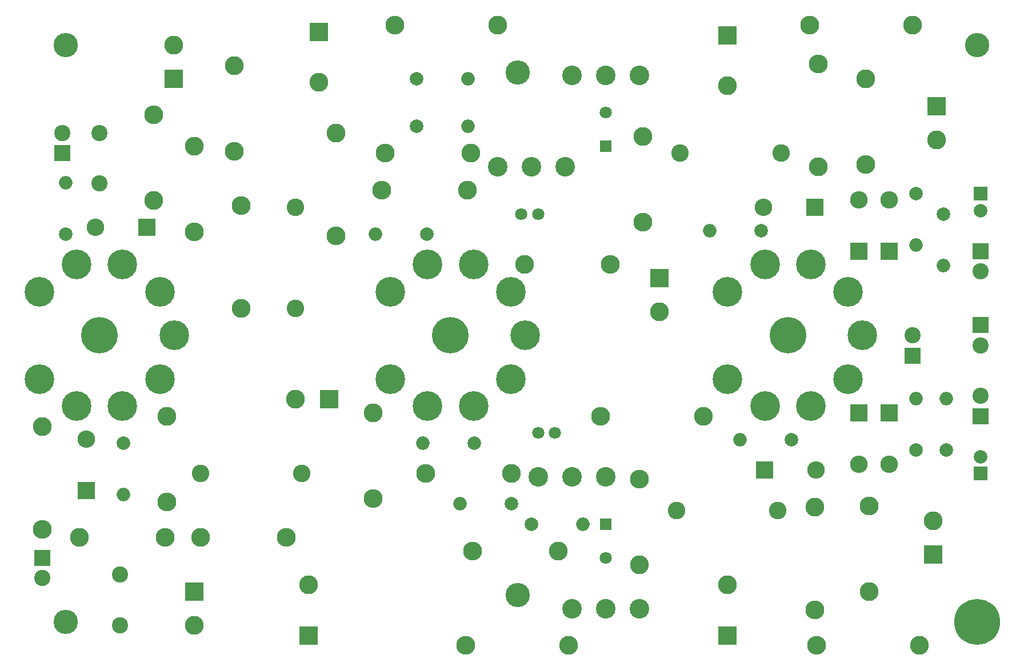
<source format=gbr>
G04 #@! TF.GenerationSoftware,KiCad,Pcbnew,(5.1.5-0-10_14)*
G04 #@! TF.CreationDate,2020-04-26T22:00:10+01:00*
G04 #@! TF.ProjectId,Preamp-Trial,50726561-6d70-42d5-9472-69616c2e6b69,rev?*
G04 #@! TF.SameCoordinates,Original*
G04 #@! TF.FileFunction,Soldermask,Top*
G04 #@! TF.FilePolarity,Negative*
%FSLAX46Y46*%
G04 Gerber Fmt 4.6, Leading zero omitted, Abs format (unit mm)*
G04 Created by KiCad (PCBNEW (5.1.5-0-10_14)) date 2020-04-26 22:00:10*
%MOMM*%
%LPD*%
G04 APERTURE LIST*
%ADD10R,2.000000X2.000000*%
%ADD11C,2.000000*%
%ADD12C,2.400000*%
%ADD13R,1.800000X1.800000*%
%ADD14C,1.800000*%
%ADD15C,6.800000*%
%ADD16C,2.600000*%
%ADD17R,2.600000X2.600000*%
%ADD18O,2.600000X2.600000*%
%ADD19O,2.000000X2.000000*%
%ADD20C,2.800000*%
%ADD21O,2.800000X2.800000*%
%ADD22R,2.800000X2.800000*%
%ADD23R,2.400000X2.400000*%
%ADD24C,3.600000*%
%ADD25C,2.899360*%
%ADD26C,4.400000*%
%ADD27C,5.400000*%
G04 APERTURE END LIST*
D10*
X232500000Y-64000000D03*
D11*
X232500000Y-66500000D03*
D12*
X102000000Y-55000000D03*
X102000000Y-62500000D03*
D13*
X177000000Y-113000000D03*
D14*
X177000000Y-118000000D03*
D13*
X177000000Y-57000000D03*
D14*
X177000000Y-52000000D03*
D15*
X232000000Y-127500000D03*
D16*
X203000000Y-58000000D03*
X188000000Y-58000000D03*
X131000000Y-66000000D03*
X131000000Y-81000000D03*
X202500000Y-111000000D03*
X187500000Y-111000000D03*
X132000000Y-105500000D03*
X117000000Y-105500000D03*
D10*
X232500000Y-105500000D03*
D11*
X232500000Y-103000000D03*
D17*
X214500000Y-72500000D03*
D18*
X214500000Y-64880000D03*
D17*
X219000000Y-72500000D03*
D18*
X219000000Y-64880000D03*
D17*
X208000000Y-66000000D03*
D18*
X200380000Y-66000000D03*
D17*
X109000000Y-69000000D03*
D18*
X101380000Y-69000000D03*
D17*
X214500000Y-96500000D03*
D18*
X214500000Y-104120000D03*
D17*
X219000000Y-96500000D03*
D18*
X219000000Y-104120000D03*
D17*
X200500000Y-105000000D03*
D18*
X208120000Y-105000000D03*
D17*
X100000000Y-108000000D03*
D18*
X100000000Y-100380000D03*
D11*
X227000000Y-67000000D03*
D19*
X227000000Y-74620000D03*
D11*
X223000000Y-64000000D03*
D19*
X223000000Y-71620000D03*
D20*
X215500000Y-47000000D03*
D21*
X215500000Y-59700000D03*
D11*
X200000000Y-69500000D03*
D19*
X192380000Y-69500000D03*
D20*
X165000000Y-74500000D03*
D21*
X177700000Y-74500000D03*
D11*
X150500000Y-70000000D03*
D19*
X142880000Y-70000000D03*
D11*
X149000000Y-47000000D03*
D19*
X156620000Y-47000000D03*
D20*
X182500000Y-55500000D03*
D21*
X182500000Y-68200000D03*
D11*
X149000000Y-54000000D03*
D19*
X156620000Y-54000000D03*
D20*
X157000000Y-58000000D03*
D21*
X144300000Y-58000000D03*
D20*
X156500000Y-63500000D03*
D21*
X143800000Y-63500000D03*
D20*
X116000000Y-57000000D03*
D21*
X116000000Y-69700000D03*
D20*
X122000000Y-45000000D03*
D21*
X122000000Y-57700000D03*
D11*
X97000000Y-70000000D03*
D19*
X97000000Y-62380000D03*
D20*
X110000000Y-65000000D03*
D21*
X110000000Y-52300000D03*
D11*
X227500000Y-102000000D03*
D19*
X227500000Y-94380000D03*
D11*
X223000000Y-102000000D03*
D19*
X223000000Y-94380000D03*
D20*
X216000000Y-123000000D03*
D21*
X216000000Y-110300000D03*
D11*
X204500000Y-100500000D03*
D19*
X196880000Y-100500000D03*
D20*
X142500000Y-96500000D03*
D21*
X142500000Y-109200000D03*
D11*
X157500000Y-101000000D03*
D19*
X149880000Y-101000000D03*
D11*
X163000000Y-110000000D03*
D19*
X155380000Y-110000000D03*
D20*
X182000000Y-119000000D03*
D21*
X182000000Y-106300000D03*
D11*
X166000000Y-113000000D03*
D19*
X173620000Y-113000000D03*
D20*
X170000000Y-117000000D03*
D21*
X157300000Y-117000000D03*
D20*
X163000000Y-105500000D03*
D21*
X150300000Y-105500000D03*
D20*
X117000000Y-115000000D03*
D21*
X129700000Y-115000000D03*
D20*
X112000000Y-97000000D03*
D21*
X112000000Y-109700000D03*
D11*
X105500000Y-101000000D03*
D19*
X105500000Y-108620000D03*
D20*
X99000000Y-115000000D03*
D21*
X111700000Y-115000000D03*
D20*
X222500000Y-39000000D03*
D21*
X207260000Y-39000000D03*
D20*
X208500000Y-60000000D03*
D21*
X208500000Y-44760000D03*
D20*
X137000000Y-55000000D03*
D21*
X137000000Y-70240000D03*
D20*
X161000000Y-39000000D03*
D21*
X145760000Y-39000000D03*
D20*
X123000000Y-81000000D03*
D21*
X123000000Y-65760000D03*
D20*
X223500000Y-131000000D03*
D21*
X208260000Y-131000000D03*
D20*
X208000000Y-110500000D03*
D21*
X208000000Y-125740000D03*
D20*
X191500000Y-97000000D03*
D21*
X176260000Y-97000000D03*
D20*
X171500000Y-131000000D03*
D21*
X156260000Y-131000000D03*
D20*
X93500000Y-98500000D03*
D21*
X93500000Y-113740000D03*
D22*
X195000000Y-40500000D03*
D20*
X195000000Y-48000000D03*
D22*
X226000000Y-51000000D03*
D20*
X226000000Y-56000000D03*
D22*
X185000000Y-76500000D03*
D20*
X185000000Y-81500000D03*
D14*
X167000000Y-67000000D03*
X164500000Y-67000000D03*
D22*
X134500000Y-40000000D03*
D20*
X134500000Y-47500000D03*
D22*
X113000000Y-47000000D03*
D20*
X113000000Y-42000000D03*
D22*
X195000000Y-129500000D03*
D20*
X195000000Y-122000000D03*
D22*
X225500000Y-117500000D03*
D20*
X225500000Y-112500000D03*
D22*
X136000000Y-94500000D03*
D20*
X131000000Y-94500000D03*
D14*
X169500000Y-99500000D03*
X167000000Y-99500000D03*
D22*
X133000000Y-129500000D03*
D20*
X133000000Y-122000000D03*
D22*
X116000000Y-123000000D03*
D20*
X116000000Y-128000000D03*
D12*
X105000000Y-128000000D03*
X105000000Y-120500000D03*
D23*
X232500000Y-83500000D03*
D12*
X232500000Y-86500000D03*
D23*
X93500000Y-118000000D03*
D12*
X93500000Y-121000000D03*
D23*
X222500000Y-88000000D03*
D12*
X222500000Y-85000000D03*
D23*
X232500000Y-97000000D03*
D12*
X232500000Y-94000000D03*
D23*
X96500000Y-58000000D03*
D12*
X96500000Y-55000000D03*
D23*
X232500000Y-72500000D03*
D12*
X232500000Y-75500000D03*
D24*
X164000000Y-46000000D03*
X164000000Y-123500000D03*
X232000000Y-42000000D03*
X97000000Y-127500000D03*
X97000000Y-42000000D03*
D25*
X171998740Y-106000000D03*
X166997480Y-106000000D03*
X177000000Y-106000000D03*
X177001260Y-125500000D03*
X182002520Y-125500000D03*
X172000000Y-125500000D03*
X165998740Y-60000000D03*
X160997480Y-60000000D03*
X171000000Y-60000000D03*
X177001260Y-46500000D03*
X182002520Y-46500000D03*
X172000000Y-46500000D03*
D26*
X93068200Y-78511000D03*
X98588300Y-74500000D03*
X105411700Y-74500000D03*
X110931800Y-78510600D03*
X113040400Y-85000000D03*
X110931800Y-91489400D03*
X105411700Y-95500000D03*
X98588300Y-95500000D03*
X93068200Y-91489400D03*
D27*
X102000000Y-85000000D03*
D26*
X145068200Y-78511000D03*
X150588300Y-74500000D03*
X157411700Y-74500000D03*
X162931800Y-78510600D03*
X165040400Y-85000000D03*
X162931800Y-91489400D03*
X157411700Y-95500000D03*
X150588300Y-95500000D03*
X145068200Y-91489400D03*
D27*
X154000000Y-85000000D03*
D26*
X195068200Y-78511000D03*
X200588300Y-74500000D03*
X207411700Y-74500000D03*
X212931800Y-78510600D03*
X215040400Y-85000000D03*
X212931800Y-91489400D03*
X207411700Y-95500000D03*
X200588300Y-95500000D03*
X195068200Y-91489400D03*
D27*
X204000000Y-85000000D03*
M02*

</source>
